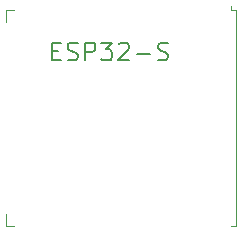
<source format=gbr>
%TF.GenerationSoftware,KiCad,Pcbnew,7.0.2-1.fc38*%
%TF.CreationDate,2023-05-30T15:06:55+02:00*%
%TF.ProjectId,marauder_mini_pcb,6d617261-7564-4657-925f-6d696e695f70,rev?*%
%TF.SameCoordinates,Original*%
%TF.FileFunction,Legend,Top*%
%TF.FilePolarity,Positive*%
%FSLAX46Y46*%
G04 Gerber Fmt 4.6, Leading zero omitted, Abs format (unit mm)*
G04 Created by KiCad (PCBNEW 7.0.2-1.fc38) date 2023-05-30 15:06:55*
%MOMM*%
%LPD*%
G01*
G04 APERTURE LIST*
%ADD10C,0.170000*%
%ADD11C,0.120000*%
G04 APERTURE END LIST*
D10*
X54757142Y-54330714D02*
X55257142Y-54330714D01*
X55471428Y-55116428D02*
X54757142Y-55116428D01*
X54757142Y-55116428D02*
X54757142Y-53616428D01*
X54757142Y-53616428D02*
X55471428Y-53616428D01*
X56042857Y-55045000D02*
X56257143Y-55116428D01*
X56257143Y-55116428D02*
X56614285Y-55116428D01*
X56614285Y-55116428D02*
X56757143Y-55045000D01*
X56757143Y-55045000D02*
X56828571Y-54973571D01*
X56828571Y-54973571D02*
X56900000Y-54830714D01*
X56900000Y-54830714D02*
X56900000Y-54687857D01*
X56900000Y-54687857D02*
X56828571Y-54545000D01*
X56828571Y-54545000D02*
X56757143Y-54473571D01*
X56757143Y-54473571D02*
X56614285Y-54402142D01*
X56614285Y-54402142D02*
X56328571Y-54330714D01*
X56328571Y-54330714D02*
X56185714Y-54259285D01*
X56185714Y-54259285D02*
X56114285Y-54187857D01*
X56114285Y-54187857D02*
X56042857Y-54045000D01*
X56042857Y-54045000D02*
X56042857Y-53902142D01*
X56042857Y-53902142D02*
X56114285Y-53759285D01*
X56114285Y-53759285D02*
X56185714Y-53687857D01*
X56185714Y-53687857D02*
X56328571Y-53616428D01*
X56328571Y-53616428D02*
X56685714Y-53616428D01*
X56685714Y-53616428D02*
X56900000Y-53687857D01*
X57542856Y-55116428D02*
X57542856Y-53616428D01*
X57542856Y-53616428D02*
X58114285Y-53616428D01*
X58114285Y-53616428D02*
X58257142Y-53687857D01*
X58257142Y-53687857D02*
X58328571Y-53759285D01*
X58328571Y-53759285D02*
X58399999Y-53902142D01*
X58399999Y-53902142D02*
X58399999Y-54116428D01*
X58399999Y-54116428D02*
X58328571Y-54259285D01*
X58328571Y-54259285D02*
X58257142Y-54330714D01*
X58257142Y-54330714D02*
X58114285Y-54402142D01*
X58114285Y-54402142D02*
X57542856Y-54402142D01*
X58899999Y-53616428D02*
X59828571Y-53616428D01*
X59828571Y-53616428D02*
X59328571Y-54187857D01*
X59328571Y-54187857D02*
X59542856Y-54187857D01*
X59542856Y-54187857D02*
X59685714Y-54259285D01*
X59685714Y-54259285D02*
X59757142Y-54330714D01*
X59757142Y-54330714D02*
X59828571Y-54473571D01*
X59828571Y-54473571D02*
X59828571Y-54830714D01*
X59828571Y-54830714D02*
X59757142Y-54973571D01*
X59757142Y-54973571D02*
X59685714Y-55045000D01*
X59685714Y-55045000D02*
X59542856Y-55116428D01*
X59542856Y-55116428D02*
X59114285Y-55116428D01*
X59114285Y-55116428D02*
X58971428Y-55045000D01*
X58971428Y-55045000D02*
X58899999Y-54973571D01*
X60399999Y-53759285D02*
X60471427Y-53687857D01*
X60471427Y-53687857D02*
X60614285Y-53616428D01*
X60614285Y-53616428D02*
X60971427Y-53616428D01*
X60971427Y-53616428D02*
X61114285Y-53687857D01*
X61114285Y-53687857D02*
X61185713Y-53759285D01*
X61185713Y-53759285D02*
X61257142Y-53902142D01*
X61257142Y-53902142D02*
X61257142Y-54045000D01*
X61257142Y-54045000D02*
X61185713Y-54259285D01*
X61185713Y-54259285D02*
X60328570Y-55116428D01*
X60328570Y-55116428D02*
X61257142Y-55116428D01*
X61899998Y-54545000D02*
X63042856Y-54545000D01*
X63685713Y-55045000D02*
X63899999Y-55116428D01*
X63899999Y-55116428D02*
X64257141Y-55116428D01*
X64257141Y-55116428D02*
X64399999Y-55045000D01*
X64399999Y-55045000D02*
X64471427Y-54973571D01*
X64471427Y-54973571D02*
X64542856Y-54830714D01*
X64542856Y-54830714D02*
X64542856Y-54687857D01*
X64542856Y-54687857D02*
X64471427Y-54545000D01*
X64471427Y-54545000D02*
X64399999Y-54473571D01*
X64399999Y-54473571D02*
X64257141Y-54402142D01*
X64257141Y-54402142D02*
X63971427Y-54330714D01*
X63971427Y-54330714D02*
X63828570Y-54259285D01*
X63828570Y-54259285D02*
X63757141Y-54187857D01*
X63757141Y-54187857D02*
X63685713Y-54045000D01*
X63685713Y-54045000D02*
X63685713Y-53902142D01*
X63685713Y-53902142D02*
X63757141Y-53759285D01*
X63757141Y-53759285D02*
X63828570Y-53687857D01*
X63828570Y-53687857D02*
X63971427Y-53616428D01*
X63971427Y-53616428D02*
X64328570Y-53616428D01*
X64328570Y-53616428D02*
X64542856Y-53687857D01*
D11*
%TO.C,U1*%
X70310000Y-50880000D02*
X69890000Y-50880000D01*
X70310000Y-50880000D02*
X70310000Y-69120000D01*
X69890000Y-50880000D02*
X69890000Y-50500000D01*
X51490000Y-50880000D02*
X50870000Y-50880000D01*
X50870000Y-50880000D02*
X50870000Y-51880000D01*
X70310000Y-69120000D02*
X69890000Y-69120000D01*
X51490000Y-69120000D02*
X50870000Y-69120000D01*
X50870000Y-69120000D02*
X50870000Y-68120000D01*
%TD*%
M02*

</source>
